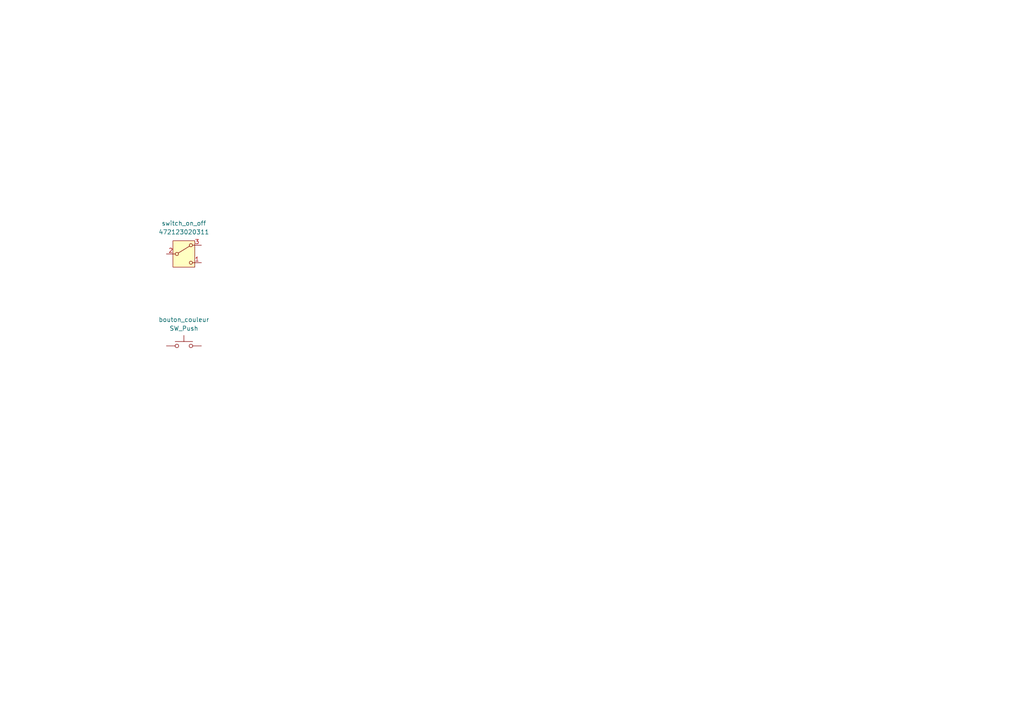
<source format=kicad_sch>
(kicad_sch (version 20250114) (generator "eeschema") (generator_version "9.0")
  (paper "A4")
  (lib_symbols
    (symbol "Switch:SW_Nidec_CAS-120A1" (pin_names (offset 1) (hide yes))
      (property "Reference" "SW" (at 0 4.318 0))
      (property "Value" "SW_Nidec_CAS-120A1" (at 0 -5.08 0))
      (symbol "SW_Nidec_CAS-120A1_0_1"
        (circle (center -2.032 0) (radius 0.4572))
        (polyline (pts (xy -1.651 0.254) (xy 1.651 2.286)))
        (circle (center 2.032 2.54) (radius 0.4572))
        (circle (center 2.032 -2.54) (radius 0.4572))
      )
      (symbol "SW_Nidec_CAS-120A1_1_1"
        (rectangle (start -3.175 3.81) (end 3.175 -3.81) (fill (type background)))
        (pin passive line (at -5.08 0 0) (length 2.54) (name "B") (number "2"))
        (pin passive line (at 5.08 2.54 180) (length 2.54) (name "A") (number "3"))
        (pin passive line (at 5.08 -2.54 180) (length 2.54) (name "C") (number "1"))
      )
    )
    (symbol "Switch:SW_Push" (pin_numbers (hide yes)) (pin_names (offset 1.016) (hide yes))
      (property "Reference" "SW" (at 1.27 2.54 0))
      (property "Value" "SW_Push" (at 0 -1.524 0))
      (symbol "SW_Push_0_1"
        (circle (center -2.032 0) (radius 0.508))
        (polyline (pts (xy 0 1.27) (xy 0 3.048)))
        (circle (center 2.032 0) (radius 0.508))
        (polyline (pts (xy 2.54 1.27) (xy -2.54 1.27)))
        (pin passive line (at -5.08 0 0) (length 2.54) (name "1") (number "1"))
        (pin passive line (at 5.08 0 180) (length 2.54) (name "2") (number "2"))
      )
    )
  )
  (symbol (lib_id "Switch:SW_Push") (at 53.34 100.33 0) (unit 1)
    (property "Reference" "bouton_couleur" (at 53.34 92.71 0))
    (property "Value" "SW_Push" (at 53.34 95.25 0))
    (property "Description" "Push button switch, generic, two pins" (effects (hide yes)))
  )
  (symbol (lib_id "Switch:SW_Nidec_CAS-120A1") (at 53.34 73.66 0) (unit 1)
    (property "Reference" "switch_on_off" (at 53.34 64.77 0))
    (property "Value" "472123020311" (at 53.34 67.31 0))
    (property "Datasheet" "https://www.we-online.com/components/products/datasheet/472123020311.pdf" (effects (hide yes)))
  )
)
</source>
